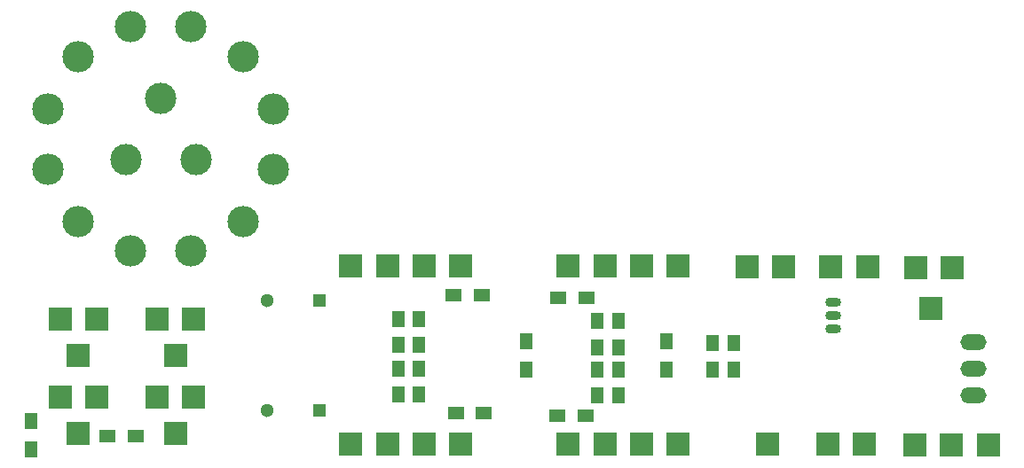
<source format=gbs>
G04 #@! TF.FileFunction,Soldermask,Bot*
%FSLAX46Y46*%
G04 Gerber Fmt 4.6, Leading zero omitted, Abs format (unit mm)*
G04 Created by KiCad (PCBNEW (2015-04-22 BZR 5620)-product) date 07/05/2015 20:43:11*
%MOMM*%
G01*
G04 APERTURE LIST*
%ADD10C,0.100000*%
%ADD11R,2.235200X2.235200*%
%ADD12R,1.300000X1.300000*%
%ADD13C,1.300000*%
%ADD14R,1.250000X1.500000*%
%ADD15R,1.500000X1.300000*%
%ADD16R,1.300000X1.500000*%
%ADD17O,3.000000X3.000000*%
%ADD18C,3.000000*%
%ADD19O,1.501140X0.899160*%
%ADD20O,2.499360X1.501140*%
G04 APERTURE END LIST*
D10*
D11*
X103500000Y-70750000D03*
X94250000Y-70750000D03*
D12*
X119000000Y-69000000D03*
D13*
X114000000Y-69000000D03*
D12*
X119000000Y-79500000D03*
D13*
X114000000Y-79500000D03*
D14*
X156500000Y-75600000D03*
X156500000Y-73100000D03*
X158500000Y-75600000D03*
X158500000Y-73100000D03*
X126500000Y-75500000D03*
X126500000Y-78000000D03*
X126500000Y-73250000D03*
X126500000Y-70750000D03*
X145500000Y-73500000D03*
X145500000Y-71000000D03*
X145500000Y-75600000D03*
X145500000Y-78100000D03*
X128500000Y-78000000D03*
X128500000Y-75500000D03*
X128500000Y-70750000D03*
X128500000Y-73250000D03*
X147500000Y-71000000D03*
X147500000Y-73500000D03*
X147500000Y-78100000D03*
X147500000Y-75600000D03*
D11*
X96000000Y-74250000D03*
X107000000Y-78250000D03*
X105250000Y-81750000D03*
X97750000Y-70750000D03*
X103500000Y-78250000D03*
X105250000Y-74250000D03*
X107000000Y-70750000D03*
X96000000Y-81750000D03*
X94250000Y-78250000D03*
X97750000Y-78250000D03*
X179300000Y-82800000D03*
X182800000Y-82800000D03*
X175800000Y-82800000D03*
X177300000Y-69800000D03*
X171030000Y-82740000D03*
X159800000Y-65760000D03*
X122000000Y-82750000D03*
X122000000Y-65750000D03*
X142750000Y-82750000D03*
X142750000Y-65750000D03*
X163300000Y-65760000D03*
X167540000Y-82740000D03*
X129000000Y-65750000D03*
X132500000Y-65750000D03*
X125500000Y-65750000D03*
X129000000Y-82750000D03*
X132500000Y-82750000D03*
X125500000Y-82750000D03*
X167800000Y-65800000D03*
X179400000Y-65900000D03*
X161800000Y-82700000D03*
X175900000Y-65900000D03*
X171300000Y-65800000D03*
X146250000Y-65750000D03*
X153250000Y-82750000D03*
X146250000Y-82750000D03*
X149750000Y-65750000D03*
X153250000Y-65750000D03*
X149750000Y-82750000D03*
D15*
X134500000Y-68500000D03*
X131800000Y-68500000D03*
X141800000Y-68750000D03*
X144500000Y-68750000D03*
X141700000Y-80000000D03*
X144400000Y-80000000D03*
D16*
X152100000Y-75650000D03*
X152100000Y-72950000D03*
X138700000Y-75600000D03*
X138700000Y-72900000D03*
D17*
X100985333Y-64308885D03*
X96009339Y-61435994D03*
X93136448Y-56460000D03*
X93136448Y-50714218D03*
X96009339Y-45738224D03*
X100985333Y-42865333D03*
X106731115Y-42865333D03*
X111707109Y-45738224D03*
X114580000Y-50714218D03*
X114580000Y-56460000D03*
X111707109Y-61435994D03*
X106731115Y-64308885D03*
D18*
X103858224Y-49737109D03*
X100524026Y-55512109D03*
X107192422Y-55512109D03*
D19*
X168000000Y-70430000D03*
X168000000Y-71700000D03*
X168000000Y-69160000D03*
D15*
X134700000Y-79750000D03*
X132000000Y-79750000D03*
D20*
X181400000Y-75540000D03*
X181400000Y-73000000D03*
X181400000Y-78080000D03*
D15*
X98800000Y-82000000D03*
X101500000Y-82000000D03*
D16*
X91500000Y-83200000D03*
X91500000Y-80500000D03*
M02*

</source>
